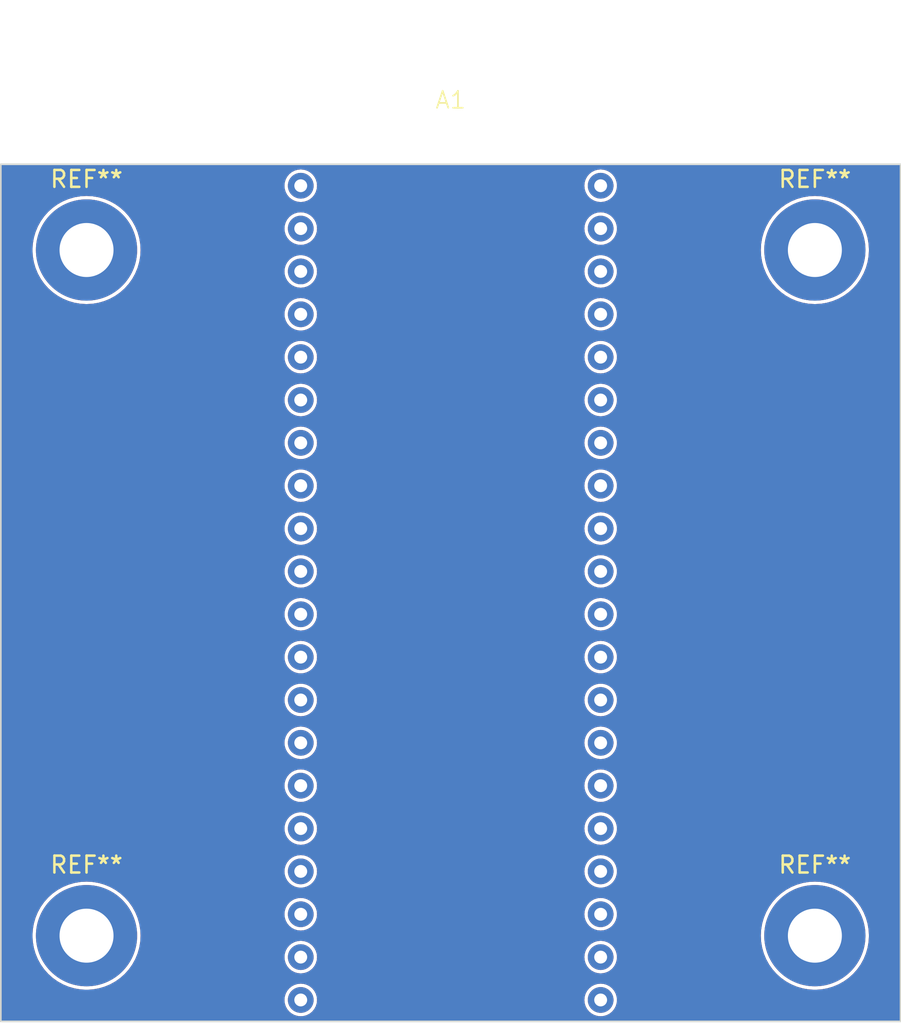
<source format=kicad_pcb>
(kicad_pcb (version 20221018) (generator pcbnew)
  (layers (0 "F.Cu" signal) (31 "B.Cu" signal) (34 "B.Paste" user) (35 "F.Paste" user) (36 "B.SilkS" user "B.Silkscreen") (37 "F.SilkS" user "F.Silkscreen") (38 "B.Mask" user) (39 "F.Mask" user) (44 "Edge.Cuts" user))
  (net 0 "")
  (footprint "twyleg-mechanical:MountingHole_3.2mm_M3" (layer "F.Cu") (at 104.14 96.52)
    (fp_text reference "REF**" (at 0 -4.2) (layer "F.SilkS"))
    (fp_text value "MP_MountingHole_3.2mm_M3" hide)
    (pad "" np_thru_hole circle (at 0 0) (size 6 6) (drill 3.2) (layers "F&B.Cu" "*.Mask"))
  )
  (footprint "twyleg-mechanical:MountingHole_3.2mm_M3" (layer "F.Cu") (at 147.32 96.52)
    (fp_text reference "REF**" (at 0 -4.2) (layer "F.SilkS"))
    (fp_text value "MP_MountingHole_3.2mm_M3" hide)
    (pad "" np_thru_hole circle (at 0 0) (size 6 6) (drill 3.2) (layers "F&B.Cu" "*.Mask"))
  )
  (footprint "twyleg-mechanical:MountingHole_3.2mm_M3" (layer "F.Cu") (at 104.14 55.88)
    (fp_text reference "REF**" (at 0 -4.2) (layer "F.SilkS"))
    (fp_text value "MP_MountingHole_3.2mm_M3" hide)
    (pad "" np_thru_hole circle (at 0 0) (size 6 6) (drill 3.2) (layers "F&B.Cu" "*.Mask"))
  )
  (footprint "twyleg-mechanical:MountingHole_3.2mm_M3" (layer "F.Cu") (at 147.32 55.88)
    (fp_text reference "REF**" (at 0 -4.2) (layer "F.SilkS"))
    (fp_text value "MP_MountingHole_3.2mm_M3" hide)
    (pad "" np_thru_hole circle (at 0 0) (size 6 6) (drill 3.2) (layers "F&B.Cu" "*.Mask"))
  )
  (footprint "twyleg-board-connectors:RaspberryPiPico-THT-Dev" (layer "F.Cu") (at 125.73 52.07)
    (fp_text reference "A1" (at 0 -5.08 unlocked) (layer "F.SilkS") (effects (font (thickness 0.1))))
    (fp_text value "RaspberryPi-Pico")
    (pad "1" thru_hole circle (at -8.89 0) (size 1.524 1.524) (drill 0.762) (layers "*.Cu" "*.Mask"))
    (pad "2" thru_hole circle (at -8.89 2.54) (size 1.524 1.524) (drill 0.762) (layers "*.Cu" "*.Mask"))
    (pad "3" thru_hole circle (at -8.89 5.08) (size 1.524 1.524) (drill 0.762) (layers "*.Cu" "*.Mask"))
    (pad "4" thru_hole circle (at -8.89 7.62) (size 1.524 1.524) (drill 0.762) (layers "*.Cu" "*.Mask"))
    (pad "5" thru_hole circle (at -8.89 10.16) (size 1.524 1.524) (drill 0.762) (layers "*.Cu" "*.Mask"))
    (pad "6" thru_hole circle (at -8.89 12.7) (size 1.524 1.524) (drill 0.762) (layers "*.Cu" "*.Mask"))
    (pad "7" thru_hole circle (at -8.89 15.24) (size 1.524 1.524) (drill 0.762) (layers "*.Cu" "*.Mask"))
    (pad "8" thru_hole circle (at -8.89 17.78) (size 1.524 1.524) (drill 0.762) (layers "*.Cu" "*.Mask"))
    (pad "9" thru_hole circle (at -8.89 20.32) (size 1.524 1.524) (drill 0.762) (layers "*.Cu" "*.Mask"))
    (pad "10" thru_hole circle (at -8.89 22.86) (size 1.524 1.524) (drill 0.762) (layers "*.Cu" "*.Mask"))
    (pad "11" thru_hole circle (at -8.89 25.4) (size 1.524 1.524) (drill 0.762) (layers "*.Cu" "*.Mask"))
    (pad "12" thru_hole circle (at -8.89 27.94) (size 1.524 1.524) (drill 0.762) (layers "*.Cu" "*.Mask"))
    (pad "13" thru_hole circle (at -8.89 30.48) (size 1.524 1.524) (drill 0.762) (layers "*.Cu" "*.Mask"))
    (pad "14" thru_hole circle (at -8.89 33.02) (size 1.524 1.524) (drill 0.762) (layers "*.Cu" "*.Mask"))
    (pad "15" thru_hole circle (at -8.89 35.56) (size 1.524 1.524) (drill 0.762) (layers "*.Cu" "*.Mask"))
    (pad "16" thru_hole circle (at -8.89 38.1) (size 1.524 1.524) (drill 0.762) (layers "*.Cu" "*.Mask"))
    (pad "17" thru_hole circle (at -8.89 40.64) (size 1.524 1.524) (drill 0.762) (layers "*.Cu" "*.Mask"))
    (pad "18" thru_hole circle (at -8.89 43.18) (size 1.524 1.524) (drill 0.762) (layers "*.Cu" "*.Mask"))
    (pad "19" thru_hole circle (at -8.89 45.72) (size 1.524 1.524) (drill 0.762) (layers "*.Cu" "*.Mask"))
    (pad "20" thru_hole circle (at -8.89 48.26) (size 1.524 1.524) (drill 0.762) (layers "*.Cu" "*.Mask"))
    (pad "21" thru_hole circle (at 8.89 0) (size 1.524 1.524) (drill 0.762) (layers "*.Cu" "*.Mask"))
    (pad "22" thru_hole circle (at 8.89 2.54) (size 1.524 1.524) (drill 0.762) (layers "*.Cu" "*.Mask"))
    (pad "23" thru_hole circle (at 8.89 5.08) (size 1.524 1.524) (drill 0.762) (layers "*.Cu" "*.Mask"))
    (pad "24" thru_hole circle (at 8.89 7.62) (size 1.524 1.524) (drill 0.762) (layers "*.Cu" "*.Mask"))
    (pad "25" thru_hole circle (at 8.89 10.16) (size 1.524 1.524) (drill 0.762) (layers "*.Cu" "*.Mask"))
    (pad "26" thru_hole circle (at 8.89 12.7) (size 1.524 1.524) (drill 0.762) (layers "*.Cu" "*.Mask"))
    (pad "27" thru_hole circle (at 8.89 15.24) (size 1.524 1.524) (drill 0.762) (layers "*.Cu" "*.Mask"))
    (pad "28" thru_hole circle (at 8.89 17.78) (size 1.524 1.524) (drill 0.762) (layers "*.Cu" "*.Mask"))
    (pad "29" thru_hole circle (at 8.89 20.32) (size 1.524 1.524) (drill 0.762) (layers "*.Cu" "*.Mask"))
    (pad "30" thru_hole circle (at 8.89 22.86) (size 1.524 1.524) (drill 0.762) (layers "*.Cu" "*.Mask"))
    (pad "31" thru_hole circle (at 8.89 25.4) (size 1.524 1.524) (drill 0.762) (layers "*.Cu" "*.Mask"))
    (pad "32" thru_hole circle (at 8.89 27.94) (size 1.524 1.524) (drill 0.762) (layers "*.Cu" "*.Mask"))
    (pad "33" thru_hole circle (at 8.89 30.48) (size 1.524 1.524) (drill 0.762) (layers "*.Cu" "*.Mask"))
    (pad "34" thru_hole circle (at 8.89 33.02) (size 1.524 1.524) (drill 0.762) (layers "*.Cu" "*.Mask"))
    (pad "35" thru_hole circle (at 8.89 35.56) (size 1.524 1.524) (drill 0.762) (layers "*.Cu" "*.Mask"))
    (pad "36" thru_hole circle (at 8.89 38.1) (size 1.524 1.524) (drill 0.762) (layers "*.Cu" "*.Mask"))
    (pad "37" thru_hole circle (at 8.89 40.64) (size 1.524 1.524) (drill 0.762) (layers "*.Cu" "*.Mask"))
    (pad "38" thru_hole circle (at 8.89 43.18) (size 1.524 1.524) (drill 0.762) (layers "*.Cu" "*.Mask"))
    (pad "39" thru_hole circle (at 8.89 45.72) (size 1.524 1.524) (drill 0.762) (layers "*.Cu" "*.Mask"))
    (pad "40" thru_hole circle (at 8.89 48.26) (size 1.524 1.524) (drill 0.762) (layers "*.Cu" "*.Mask"))
  )
  (gr_rect (start 99.06 50.8) (end 152.4 101.6) (stroke (width 0.1)) (fill none) (layer "Edge.Cuts"))
  (zone (net 0) (net_name "") (layers "F&B.Cu") (name "GND") (connect_pads (clearance 0.2)) (min_thickness 0.2) (fill yes (thermal_gap 0.5) (thermal_bridge_width 0.5) (island_removal_mode 1) (island_area_min 10))
    (polygon (pts (xy 99.06 50.8) (xy 152.4 50.8) (xy 152.4 101.6) (xy 99.06 101.6)))
  )
)
</source>
